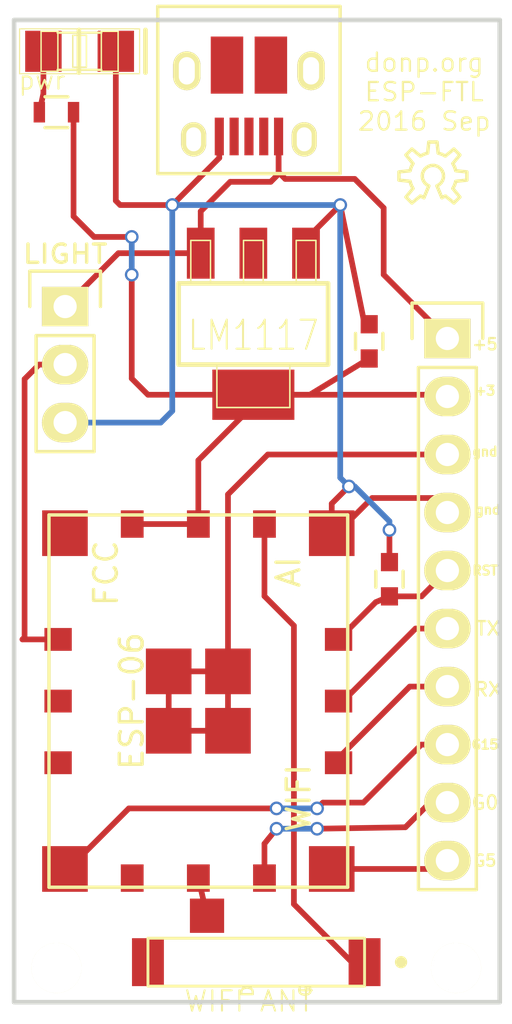
<source format=kicad_pcb>
(kicad_pcb (version 4) (host pcbnew 4.1.0-alpha+201607031448+6962~45~ubuntu15.04.1-product)

  (general
    (links 0)
    (no_connects 0)
    (area 123.353667 34.4675 161.016143 83.7945)
    (thickness 1.6)
    (drawings 17)
    (tracks 110)
    (zones 0)
    (modules 14)
    (nets 1)
  )

  (page A4)
  (layers
    (0 F.Cu signal)
    (31 B.Cu signal)
    (32 B.Adhes user)
    (33 F.Adhes user)
    (34 B.Paste user)
    (35 F.Paste user)
    (36 B.SilkS user)
    (37 F.SilkS user)
    (38 B.Mask user)
    (39 F.Mask user)
    (40 Dwgs.User user)
    (41 Cmts.User user)
    (42 Eco1.User user)
    (43 Eco2.User user)
    (44 Edge.Cuts user)
    (45 Margin user)
    (46 B.CrtYd user)
    (47 F.CrtYd user)
    (48 B.Fab user)
    (49 F.Fab user hide)
  )

  (setup
    (last_trace_width 0.25)
    (trace_clearance 0.2)
    (zone_clearance 0.508)
    (zone_45_only no)
    (trace_min 0.2)
    (segment_width 0.2)
    (edge_width 0.2)
    (via_size 0.6)
    (via_drill 0.4)
    (via_min_size 0.4)
    (via_min_drill 0.3)
    (uvia_size 0.3)
    (uvia_drill 0.1)
    (uvias_allowed no)
    (uvia_min_size 0.2)
    (uvia_min_drill 0.1)
    (pcb_text_width 0.3)
    (pcb_text_size 1.5 1.5)
    (mod_edge_width 0.15)
    (mod_text_size 1 1)
    (mod_text_width 0.15)
    (pad_size 3.59918 2.19964)
    (pad_drill 0)
    (pad_to_mask_clearance 0.2)
    (aux_axis_origin 0 0)
    (visible_elements FFFFFF7F)
    (pcbplotparams
      (layerselection 0x010f0_ffffffff)
      (usegerberextensions true)
      (excludeedgelayer true)
      (linewidth 0.100000)
      (plotframeref false)
      (viasonmask false)
      (mode 1)
      (useauxorigin false)
      (hpglpennumber 1)
      (hpglpenspeed 20)
      (hpglpendiameter 15)
      (psnegative false)
      (psa4output false)
      (plotreference true)
      (plotvalue true)
      (plotinvisibletext false)
      (padsonsilk false)
      (subtractmaskfromsilk false)
      (outputformat 1)
      (mirror false)
      (drillshape 0)
      (scaleselection 1)
      (outputdirectory /home/donp/osh/spike2))
  )

  (net 0 "")

  (net_class Default "This is the default net class."
    (clearance 0.2)
    (trace_width 0.25)
    (via_dia 0.6)
    (via_drill 0.4)
    (uvia_dia 0.3)
    (uvia_drill 0.1)
  )

  (module aalay:aalay-LED1206 (layer F.Cu) (tedit 57B713D9) (tstamp 56F9A37D)
    (at 134.874 39.37)
    (attr smd)
    (fp_text reference pwr (at -1.651 1.27) (layer F.SilkS)
      (effects (font (size 0.8 0.8) (thickness 0.0889)))
    )
    (fp_text value >VALUE (at 0.508 2.032) (layer B.SilkS) hide
      (effects (font (size 1.016 1.016) (thickness 0.0889)) (justify mirror))
    )
    (fp_line (start -1.6891 0.8763) (end -0.9525 0.8763) (layer F.SilkS) (width 0.06604))
    (fp_line (start -0.9525 0.8763) (end -0.9525 -0.8763) (layer F.SilkS) (width 0.06604))
    (fp_line (start -1.6891 -0.8763) (end -0.9525 -0.8763) (layer F.SilkS) (width 0.06604))
    (fp_line (start -1.6891 0.8763) (end -1.6891 -0.8763) (layer F.SilkS) (width 0.06604))
    (fp_line (start 0.9525 0.8763) (end 1.6891 0.8763) (layer F.SilkS) (width 0.06604))
    (fp_line (start 1.6891 0.8763) (end 1.6891 -0.8763) (layer F.SilkS) (width 0.06604))
    (fp_line (start 0.9525 -0.8763) (end 1.6891 -0.8763) (layer F.SilkS) (width 0.06604))
    (fp_line (start 0.9525 0.8763) (end 0.9525 -0.8763) (layer F.SilkS) (width 0.06604))
    (fp_line (start -0.29972 0.6985) (end 0.29972 0.6985) (layer F.SilkS) (width 0.06604))
    (fp_line (start 0.29972 0.6985) (end 0.29972 -0.6985) (layer F.SilkS) (width 0.06604))
    (fp_line (start -0.29972 -0.6985) (end 0.29972 -0.6985) (layer F.SilkS) (width 0.06604))
    (fp_line (start -0.29972 0.6985) (end -0.29972 -0.6985) (layer F.SilkS) (width 0.06604))
    (fp_line (start 0.9525 0.8128) (end -0.9652 0.8128) (layer F.SilkS) (width 0.1016))
    (fp_line (start 0.9525 -0.8128) (end -0.9652 -0.8128) (layer F.SilkS) (width 0.1016))
    (fp_line (start -2.63144 -0.98298) (end 2.63144 -0.98298) (layer F.SilkS) (width 0.0508))
    (fp_line (start 2.63144 -0.98298) (end 2.63144 0.98298) (layer F.SilkS) (width 0.0508))
    (fp_line (start 2.63144 0.98298) (end -2.63144 0.98298) (layer F.SilkS) (width 0.0508))
    (fp_line (start -2.63144 0.98298) (end -2.63144 -0.98298) (layer F.SilkS) (width 0.0508))
    (fp_line (start -0.03048 0.93472) (end -0.03048 -0.93472) (layer F.SilkS) (width 0.2032))
    (fp_line (start 2.88798 0.93472) (end 2.88798 -0.93472) (layer F.SilkS) (width 0.2032))
    (pad A smd rect (at -1.5875 0) (size 1.59766 1.80086) (layers F.Cu F.Paste F.Mask))
    (pad K smd rect (at 1.5875 0) (size 1.59766 1.80086) (layers F.Cu F.Paste F.Mask))
  )

  (module Pin_Headers:Pin_Header_Straight_1x03 (layer F.Cu) (tedit 57A04211) (tstamp 56F7230E)
    (at 134.239 50.546)
    (descr "Through hole pin header")
    (tags "pin header")
    (fp_text reference LIGHT (at 0 -2.3) (layer F.SilkS)
      (effects (font (size 0.8 0.9) (thickness 0.15)))
    )
    (fp_text value Pin_Header_Straight_1x03 (at 0 -3.1) (layer F.Fab) hide
      (effects (font (size 1 1) (thickness 0.15)))
    )
    (fp_line (start -1.75 -1.75) (end -1.75 6.85) (layer F.CrtYd) (width 0.05))
    (fp_line (start 1.75 -1.75) (end 1.75 6.85) (layer F.CrtYd) (width 0.05))
    (fp_line (start -1.75 -1.75) (end 1.75 -1.75) (layer F.CrtYd) (width 0.05))
    (fp_line (start -1.75 6.85) (end 1.75 6.85) (layer F.CrtYd) (width 0.05))
    (fp_line (start -1.27 1.27) (end -1.27 6.35) (layer F.SilkS) (width 0.15))
    (fp_line (start -1.27 6.35) (end 1.27 6.35) (layer F.SilkS) (width 0.15))
    (fp_line (start 1.27 6.35) (end 1.27 1.27) (layer F.SilkS) (width 0.15))
    (fp_line (start 1.55 -1.55) (end 1.55 0) (layer F.SilkS) (width 0.15))
    (fp_line (start 1.27 1.27) (end -1.27 1.27) (layer F.SilkS) (width 0.15))
    (fp_line (start -1.55 0) (end -1.55 -1.55) (layer F.SilkS) (width 0.15))
    (fp_line (start -1.55 -1.55) (end 1.55 -1.55) (layer F.SilkS) (width 0.15))
    (pad 1 thru_hole rect (at 0 0) (size 2.032 1.7272) (drill 1.016) (layers *.Cu *.Mask F.SilkS))
    (pad 2 thru_hole oval (at 0 2.54) (size 2.032 1.7272) (drill 1.016) (layers *.Cu *.Mask F.SilkS))
    (pad 3 thru_hole oval (at 0 5.08) (size 2.032 1.7272) (drill 1.016) (layers *.Cu *.Mask F.SilkS))
    (model Pin_Headers.3dshapes/Pin_Header_Straight_1x03.wrl
      (at (xyz 0 -0.1 0))
      (scale (xyz 1 1 1))
      (rotate (xyz 0 0 90))
    )
  )

  (module aalay:aalay-SOT223 (layer F.Cu) (tedit 56F70B8E) (tstamp 56F03C8A)
    (at 142.494 51.308 180)
    (descr "SOT223 PACKAGE")
    (tags "SOT223 PACKAGE")
    (attr smd)
    (fp_text reference LM1117 (at 0 -0.5 180) (layer F.SilkS)
      (effects (font (size 1.27 1) (thickness 0.0889)))
    )
    (fp_text value >VALUE (at 1.27 0.6858 180) (layer B.SilkS) hide
      (effects (font (size 1.27 1.27) (thickness 0.0889)) (justify mirror))
    )
    (fp_line (start -1.6002 -1.80086) (end 1.6002 -1.80086) (layer F.SilkS) (width 0.06604))
    (fp_line (start 1.6002 -1.80086) (end 1.6002 -3.6576) (layer F.SilkS) (width 0.06604))
    (fp_line (start -1.6002 -3.6576) (end 1.6002 -3.6576) (layer F.SilkS) (width 0.06604))
    (fp_line (start -1.6002 -1.80086) (end -1.6002 -3.6576) (layer F.SilkS) (width 0.06604))
    (fp_line (start -0.4318 3.6576) (end 0.4318 3.6576) (layer F.SilkS) (width 0.06604))
    (fp_line (start 0.4318 3.6576) (end 0.4318 1.80086) (layer F.SilkS) (width 0.06604))
    (fp_line (start -0.4318 1.80086) (end 0.4318 1.80086) (layer F.SilkS) (width 0.06604))
    (fp_line (start -0.4318 3.6576) (end -0.4318 1.80086) (layer F.SilkS) (width 0.06604))
    (fp_line (start -2.7432 3.6576) (end -1.8796 3.6576) (layer F.SilkS) (width 0.06604))
    (fp_line (start -1.8796 3.6576) (end -1.8796 1.80086) (layer F.SilkS) (width 0.06604))
    (fp_line (start -2.7432 1.80086) (end -1.8796 1.80086) (layer F.SilkS) (width 0.06604))
    (fp_line (start -2.7432 3.6576) (end -2.7432 1.80086) (layer F.SilkS) (width 0.06604))
    (fp_line (start 1.8796 3.6576) (end 2.7432 3.6576) (layer F.SilkS) (width 0.06604))
    (fp_line (start 2.7432 3.6576) (end 2.7432 1.80086) (layer F.SilkS) (width 0.06604))
    (fp_line (start 1.8796 1.80086) (end 2.7432 1.80086) (layer F.SilkS) (width 0.06604))
    (fp_line (start 1.8796 3.6576) (end 1.8796 1.80086) (layer F.SilkS) (width 0.06604))
    (fp_line (start -1.6002 -1.80086) (end 1.6002 -1.80086) (layer F.SilkS) (width 0.06604))
    (fp_line (start 1.6002 -1.80086) (end 1.6002 -3.6576) (layer F.SilkS) (width 0.06604))
    (fp_line (start -1.6002 -3.6576) (end 1.6002 -3.6576) (layer F.SilkS) (width 0.06604))
    (fp_line (start -1.6002 -1.80086) (end -1.6002 -3.6576) (layer F.SilkS) (width 0.06604))
    (fp_line (start -0.4318 3.6576) (end 0.4318 3.6576) (layer F.SilkS) (width 0.06604))
    (fp_line (start 0.4318 3.6576) (end 0.4318 1.80086) (layer F.SilkS) (width 0.06604))
    (fp_line (start -0.4318 1.80086) (end 0.4318 1.80086) (layer F.SilkS) (width 0.06604))
    (fp_line (start -0.4318 3.6576) (end -0.4318 1.80086) (layer F.SilkS) (width 0.06604))
    (fp_line (start -2.7432 3.6576) (end -1.8796 3.6576) (layer F.SilkS) (width 0.06604))
    (fp_line (start -1.8796 3.6576) (end -1.8796 1.80086) (layer F.SilkS) (width 0.06604))
    (fp_line (start -2.7432 1.80086) (end -1.8796 1.80086) (layer F.SilkS) (width 0.06604))
    (fp_line (start -2.7432 3.6576) (end -2.7432 1.80086) (layer F.SilkS) (width 0.06604))
    (fp_line (start 1.8796 3.6576) (end 2.7432 3.6576) (layer F.SilkS) (width 0.06604))
    (fp_line (start 2.7432 3.6576) (end 2.7432 1.80086) (layer F.SilkS) (width 0.06604))
    (fp_line (start 1.8796 1.80086) (end 2.7432 1.80086) (layer F.SilkS) (width 0.06604))
    (fp_line (start 1.8796 3.6576) (end 1.8796 1.80086) (layer F.SilkS) (width 0.06604))
    (fp_line (start 3.2766 -1.778) (end 3.2766 1.778) (layer F.SilkS) (width 0.2032))
    (fp_line (start 3.2766 1.778) (end -3.2766 1.778) (layer F.SilkS) (width 0.2032))
    (fp_line (start -3.2766 1.778) (end -3.2766 -1.778) (layer F.SilkS) (width 0.2032))
    (fp_line (start -3.2766 -1.778) (end 3.2766 -1.778) (layer F.SilkS) (width 0.2032))
    (pad GND smd rect (at -2.30886 3.0988 180) (size 1.21666 2.23266) (layers F.Cu F.Paste F.Mask))
    (pad OUT smd rect (at 0 3.0988 180) (size 1.21666 2.23266) (layers F.Cu F.Paste F.Mask))
    (pad IN smd rect (at 2.30886 3.0988 180) (size 1.21666 2.23266) (layers F.Cu F.Paste F.Mask))
    (pad OUT smd rect (at 0 -3.0988 180) (size 3.59918 2.19964) (layers F.Cu F.Paste F.Mask))
  )

  (module OPL-Antenna:OPL-Antenna-ANT2-SMD-9.5X2.1X1.0MM (layer F.Cu) (tedit 577AC5CE) (tstamp 56EF2E24)
    (at 142.621 79.248 180)
    (attr smd)
    (fp_text reference "WIFI ANT" (at 0.3175 -1.7145 180) (layer F.SilkS)
      (effects (font (size 0.889 0.889) (thickness 0.0889)))
    )
    (fp_text value >VALUE (at 0.762 2.0955 180) (layer B.SilkS) hide
      (effects (font (size 0.889 0.889) (thickness 0.0889)) (justify mirror))
    )
    (fp_line (start -4.7498 1.04902) (end 4.7498 1.04902) (layer F.SilkS) (width 0.06604))
    (fp_line (start 4.7498 1.04902) (end 4.7498 -1.04902) (layer F.SilkS) (width 0.06604))
    (fp_line (start -4.7498 -1.04902) (end 4.7498 -1.04902) (layer F.SilkS) (width 0.06604))
    (fp_line (start -4.7498 1.04902) (end -4.7498 -1.04902) (layer F.SilkS) (width 0.06604))
    (fp_line (start -4.7498 -1.04902) (end 4.7498 -1.04902) (layer F.SilkS) (width 0.127))
    (fp_line (start 4.7498 -1.04902) (end 4.7498 1.04902) (layer F.SilkS) (width 0.127))
    (fp_line (start 4.7498 1.04902) (end -4.7498 1.04902) (layer F.SilkS) (width 0.127))
    (fp_line (start -4.7498 1.04902) (end -4.7498 -1.04902) (layer F.SilkS) (width 0.127))
    (fp_circle (center -6.35 0) (end -6.5405 0.1905) (layer F.SilkS) (width 0))
    (pad 1 smd rect (at -4.7498 0 180) (size 1.39954 2.09804) (layers F.Cu F.Paste F.Mask))
    (pad 2 smd rect (at 4.7498 0 180) (size 1.39954 2.09804) (layers F.Cu F.Paste F.Mask))
  )

  (module Connect:USB_Micro-B_10103594-0001LF (layer F.Cu) (tedit 56F72406) (tstamp 56E77216)
    (at 142.3 41.6 180)
    (descr "Micro USB Type B 10103594-0001LF")
    (tags "USB USB_B USB_micro USB_OTG")
    (attr smd)
    (fp_text reference REF** (at -1.5 -4.625 180) (layer F.SilkS) hide
      (effects (font (size 1 1) (thickness 0.15)))
    )
    (fp_text value USB_Micro-B_10103594-0001LF (at 0 6.175 180) (layer F.Fab) hide
      (effects (font (size 1 1) (thickness 0.15)))
    )
    (fp_line (start -4.25 -3.4) (end 4.25 -3.4) (layer F.CrtYd) (width 0.05))
    (fp_line (start 4.25 -3.4) (end 4.25 4.45) (layer F.CrtYd) (width 0.05))
    (fp_line (start 4.25 4.45) (end -4.25 4.45) (layer F.CrtYd) (width 0.05))
    (fp_line (start -4.25 4.45) (end -4.25 -3.4) (layer F.CrtYd) (width 0.05))
    (fp_line (start -4 4.195) (end 4 4.195) (layer F.SilkS) (width 0.15))
    (fp_line (start -4 -3.125) (end 4 -3.125) (layer F.SilkS) (width 0.15))
    (fp_line (start 4 -3.125) (end 4 4.195) (layer F.SilkS) (width 0.15))
    (fp_line (start 4 3.575) (end -4 3.575) (layer F.SilkS) (width 0.15))
    (fp_line (start -4 4.195) (end -4 -3.125) (layer F.SilkS) (width 0.15))
    (pad +5 smd rect (at -1.3 -1.5 270) (size 1.65 0.4) (layers F.Cu F.Paste F.Mask))
    (pad D- smd rect (at -0.65 -1.5 270) (size 1.65 0.4) (layers F.Cu F.Paste F.Mask))
    (pad D+ smd rect (at -0.0009 -1.5 270) (size 1.65 0.4) (layers F.Cu F.Paste F.Mask))
    (pad ID smd rect (at 0.65 -1.5 270) (size 1.65 0.4) (layers F.Cu F.Paste F.Mask))
    (pad GND smd rect (at 1.3 -1.5 270) (size 1.65 0.4) (layers F.Cu F.Paste F.Mask))
    (pad 6 thru_hole oval (at -2.425 -1.625 270) (size 1.5 1.1) (drill oval 1.05 0.65) (layers *.Cu *.Mask F.SilkS))
    (pad 6 thru_hole oval (at 2.425 -1.625 270) (size 1.5 1.1) (drill oval 1.05 0.65) (layers *.Cu *.Mask F.SilkS))
    (pad 6 thru_hole oval (at -2.725 1.375 270) (size 1.7 1.2) (drill oval 1.2 0.7) (layers *.Cu *.Mask F.SilkS))
    (pad 6 thru_hole oval (at 2.725 1.375 270) (size 1.7 1.2) (drill oval 1.2 0.7) (layers *.Cu *.Mask F.SilkS))
    (pad 6 smd rect (at -0.9625 1.625 270) (size 2.5 1.425) (layers F.Cu F.Paste F.Mask))
    (pad 6 smd rect (at 0.9625 1.625 270) (size 2.5 1.425) (layers F.Cu F.Paste F.Mask))
  )

  (module Resistors_SMD:R_0603 (layer F.Cu) (tedit 577AC6FE) (tstamp 577AC355)
    (at 133.858 42.037)
    (descr "Resistor SMD 0603, reflow soldering, Vishay (see dcrcw.pdf)")
    (tags "resistor 0603")
    (attr smd)
    (fp_text reference "" (at 0 -1.9) (layer F.SilkS)
      (effects (font (size 1 1) (thickness 0.15)))
    )
    (fp_text value R_0603 (at 0 1.9) (layer F.Fab)
      (effects (font (size 1 1) (thickness 0.15)))
    )
    (fp_line (start -1.3 -0.8) (end 1.3 -0.8) (layer F.CrtYd) (width 0.05))
    (fp_line (start -1.3 0.8) (end 1.3 0.8) (layer F.CrtYd) (width 0.05))
    (fp_line (start -1.3 -0.8) (end -1.3 0.8) (layer F.CrtYd) (width 0.05))
    (fp_line (start 1.3 -0.8) (end 1.3 0.8) (layer F.CrtYd) (width 0.05))
    (fp_line (start 0.5 0.675) (end -0.5 0.675) (layer F.SilkS) (width 0.15))
    (fp_line (start -0.5 -0.675) (end 0.5 -0.675) (layer F.SilkS) (width 0.15))
    (pad 1 smd rect (at -0.75 0) (size 0.5 0.9) (layers F.Cu F.Paste F.Mask))
    (pad 2 smd rect (at 0.75 0) (size 0.5 0.9) (layers F.Cu F.Paste F.Mask))
    (model Resistors_SMD.3dshapes/R_0603.wrl
      (at (xyz 0 0 0))
      (scale (xyz 1 1 1))
      (rotate (xyz 0 0 0))
    )
    (model Resistors_SMD.3dshapes/R_0603.wrl
      (at (xyz 0 0 0))
      (scale (xyz 1 1 1))
      (rotate (xyz 0 0 0))
    )
  )

  (module Mounting_Holes:MountingHole_2.2mm_M2 (layer F.Cu) (tedit 577AC7CE) (tstamp 577BD34E)
    (at 133.858 79.502)
    (descr "Mounting Hole 2.2mm, no annular, M2")
    (tags "mounting hole 2.2mm no annular m2")
    (fp_text reference "" (at 0 -3.2) (layer F.SilkS)
      (effects (font (size 1 1) (thickness 0.15)))
    )
    (fp_text value MountingHole_2.2mm_M2 (at 0 3.2) (layer F.Fab)
      (effects (font (size 1 1) (thickness 0.15)))
    )
    (fp_circle (center 0 0) (end 2.2 0) (layer Cmts.User) (width 0.15))
    (fp_circle (center 0 0) (end 2.45 0) (layer F.CrtYd) (width 0.05))
    (pad 1 np_thru_hole circle (at 0 0) (size 2.2 2.2) (drill 2.2) (layers *.Cu *.Mask F.SilkS))
  )

  (module Mounting_Holes:MountingHole_2.2mm_M2 (layer F.Cu) (tedit 577AC7CA) (tstamp 577BD355)
    (at 151.384 79.502)
    (descr "Mounting Hole 2.2mm, no annular, M2")
    (tags "mounting hole 2.2mm no annular m2")
    (fp_text reference "" (at 0 -3.2) (layer F.SilkS)
      (effects (font (size 1 1) (thickness 0.15)))
    )
    (fp_text value MountingHole_2.2mm_M2 (at 0 3.2) (layer F.Fab)
      (effects (font (size 1 1) (thickness 0.15)))
    )
    (fp_circle (center 0 0) (end 2.2 0) (layer Cmts.User) (width 0.15))
    (fp_circle (center 0 0) (end 2.45 0) (layer F.CrtYd) (width 0.05))
    (pad 1 np_thru_hole circle (at 0 0) (size 2.2 2.2) (drill 2.2) (layers *.Cu *.Mask F.SilkS))
  )

  (module Pin_Headers:Pin_Header_Straight_1x10 (layer F.Cu) (tedit 57B55712) (tstamp 57B659C3)
    (at 151.003 51.943)
    (descr "Through hole pin header")
    (tags "pin header")
    (fp_text reference "" (at 0 -5.1) (layer F.SilkS)
      (effects (font (size 1 1) (thickness 0.15)))
    )
    (fp_text value Pin_Header_Straight_1x10 (at 0 -3.1) (layer F.Fab)
      (effects (font (size 1 1) (thickness 0.15)))
    )
    (fp_line (start -1.75 -1.75) (end -1.75 24.65) (layer F.CrtYd) (width 0.05))
    (fp_line (start 1.75 -1.75) (end 1.75 24.65) (layer F.CrtYd) (width 0.05))
    (fp_line (start -1.75 -1.75) (end 1.75 -1.75) (layer F.CrtYd) (width 0.05))
    (fp_line (start -1.75 24.65) (end 1.75 24.65) (layer F.CrtYd) (width 0.05))
    (fp_line (start 1.27 1.27) (end 1.27 24.13) (layer F.SilkS) (width 0.15))
    (fp_line (start 1.27 24.13) (end -1.27 24.13) (layer F.SilkS) (width 0.15))
    (fp_line (start -1.27 24.13) (end -1.27 1.27) (layer F.SilkS) (width 0.15))
    (fp_line (start 1.55 -1.55) (end 1.55 0) (layer F.SilkS) (width 0.15))
    (fp_line (start 1.27 1.27) (end -1.27 1.27) (layer F.SilkS) (width 0.15))
    (fp_line (start -1.55 0) (end -1.55 -1.55) (layer F.SilkS) (width 0.15))
    (fp_line (start -1.55 -1.55) (end 1.55 -1.55) (layer F.SilkS) (width 0.15))
    (pad 1 thru_hole rect (at 0 0) (size 2.032 1.7272) (drill 1.016) (layers *.Cu *.Mask F.SilkS))
    (pad 2 thru_hole oval (at 0 2.54) (size 2.032 1.7272) (drill 1.016) (layers *.Cu *.Mask F.SilkS))
    (pad 3 thru_hole oval (at 0 5.08) (size 2.032 1.7272) (drill 1.016) (layers *.Cu *.Mask F.SilkS))
    (pad 4 thru_hole oval (at 0 7.62) (size 2.032 1.7272) (drill 1.016) (layers *.Cu *.Mask F.SilkS))
    (pad 5 thru_hole oval (at 0 10.16) (size 2.032 1.7272) (drill 1.016) (layers *.Cu *.Mask F.SilkS))
    (pad 6 thru_hole oval (at 0 12.7) (size 2.032 1.7272) (drill 1.016) (layers *.Cu *.Mask F.SilkS))
    (pad 7 thru_hole oval (at 0 15.24) (size 2.032 1.7272) (drill 1.016) (layers *.Cu *.Mask F.SilkS))
    (pad 8 thru_hole oval (at 0 17.78) (size 2.032 1.7272) (drill 1.016) (layers *.Cu *.Mask F.SilkS))
    (pad 9 thru_hole oval (at 0 20.32) (size 2.032 1.7272) (drill 1.016) (layers *.Cu *.Mask F.SilkS))
    (pad 10 thru_hole oval (at 0 22.86) (size 2.032 1.7272) (drill 1.016) (layers *.Cu *.Mask F.SilkS))
    (model Pin_Headers.3dshapes/Pin_Header_Straight_1x10.wrl
      (at (xyz 0 -0.45 0))
      (scale (xyz 1 1 1))
      (rotate (xyz 0 0 90))
    )
  )

  (module Capacitors_SMD:C_0603 (layer F.Cu) (tedit 57B556AC) (tstamp 57B66417)
    (at 147.574 52.07 90)
    (descr "Capacitor SMD 0603, reflow soldering, AVX (see smccp.pdf)")
    (tags "capacitor 0603")
    (attr smd)
    (fp_text reference "" (at 0 -1.9 90) (layer F.SilkS)
      (effects (font (size 1 1) (thickness 0.15)))
    )
    (fp_text value C_0603 (at 0 1.9 90) (layer F.Fab)
      (effects (font (size 1 1) (thickness 0.15)))
    )
    (fp_line (start -1.45 -0.75) (end 1.45 -0.75) (layer F.CrtYd) (width 0.05))
    (fp_line (start -1.45 0.75) (end 1.45 0.75) (layer F.CrtYd) (width 0.05))
    (fp_line (start -1.45 -0.75) (end -1.45 0.75) (layer F.CrtYd) (width 0.05))
    (fp_line (start 1.45 -0.75) (end 1.45 0.75) (layer F.CrtYd) (width 0.05))
    (fp_line (start -0.35 -0.6) (end 0.35 -0.6) (layer F.SilkS) (width 0.15))
    (fp_line (start 0.35 0.6) (end -0.35 0.6) (layer F.SilkS) (width 0.15))
    (pad 1 smd rect (at -0.75 0 90) (size 0.8 0.75) (layers F.Cu F.Paste F.Mask))
    (pad 2 smd rect (at 0.75 0 90) (size 0.8 0.75) (layers F.Cu F.Paste F.Mask))
    (model Capacitors_SMD.3dshapes/C_0603.wrl
      (at (xyz 0 0 0))
      (scale (xyz 1 1 1))
      (rotate (xyz 0 0 0))
    )
    (model Capacitors_SMD.3dshapes/C_0603.wrl
      (at (xyz 0 0 0))
      (scale (xyz 1 1 1))
      (rotate (xyz 0 0 0))
    )
  )

  (module aalay:aalay-OSHW_LOGO_S (layer F.Cu) (tedit 200000) (tstamp 57B820CA)
    (at 150.368 44.831)
    (attr virtual)
    (fp_text reference "" (at 0 0) (layer F.SilkS)
      (effects (font (thickness 0.15)))
    )
    (fp_text value "" (at 0 0) (layer F.SilkS)
      (effects (font (thickness 0.15)))
    )
    (fp_line (start 0.3937 0.9525) (end 0.5461 0.87376) (layer F.SilkS) (width 0.14986))
    (fp_line (start 0.5461 0.87376) (end 0.92202 1.1811) (layer F.SilkS) (width 0.14986))
    (fp_line (start 0.92202 1.1811) (end 1.1811 0.92202) (layer F.SilkS) (width 0.14986))
    (fp_line (start 1.1811 0.92202) (end 0.87376 0.5461) (layer F.SilkS) (width 0.14986))
    (fp_line (start 0.87376 0.5461) (end 0.9525 0.3937) (layer F.SilkS) (width 0.14986))
    (fp_line (start 0.9525 0.3937) (end 1.0033 0.23114) (layer F.SilkS) (width 0.14986))
    (fp_line (start 1.0033 0.23114) (end 1.48844 0.18034) (layer F.SilkS) (width 0.14986))
    (fp_line (start 1.48844 0.18034) (end 1.48844 -0.18034) (layer F.SilkS) (width 0.14986))
    (fp_line (start 1.48844 -0.18034) (end 1.0033 -0.23114) (layer F.SilkS) (width 0.14986))
    (fp_line (start 1.0033 -0.23114) (end 0.9525 -0.3937) (layer F.SilkS) (width 0.14986))
    (fp_line (start 0.9525 -0.3937) (end 0.87376 -0.5461) (layer F.SilkS) (width 0.14986))
    (fp_line (start 0.87376 -0.5461) (end 1.1811 -0.92202) (layer F.SilkS) (width 0.14986))
    (fp_line (start 1.1811 -0.92202) (end 0.92202 -1.1811) (layer F.SilkS) (width 0.14986))
    (fp_line (start 0.92202 -1.1811) (end 0.5461 -0.87376) (layer F.SilkS) (width 0.14986))
    (fp_line (start 0.5461 -0.87376) (end 0.3937 -0.9525) (layer F.SilkS) (width 0.14986))
    (fp_line (start 0.3937 -0.9525) (end 0.23114 -1.0033) (layer F.SilkS) (width 0.14986))
    (fp_line (start 0.23114 -1.0033) (end 0.18034 -1.48844) (layer F.SilkS) (width 0.14986))
    (fp_line (start 0.18034 -1.48844) (end -0.18034 -1.48844) (layer F.SilkS) (width 0.14986))
    (fp_line (start -0.18034 -1.48844) (end -0.23114 -1.0033) (layer F.SilkS) (width 0.14986))
    (fp_line (start -0.23114 -1.0033) (end -0.3937 -0.9525) (layer F.SilkS) (width 0.14986))
    (fp_line (start -0.3937 -0.9525) (end -0.5461 -0.87376) (layer F.SilkS) (width 0.14986))
    (fp_line (start -0.5461 -0.87376) (end -0.92202 -1.1811) (layer F.SilkS) (width 0.14986))
    (fp_line (start -0.92202 -1.1811) (end -1.1811 -0.92202) (layer F.SilkS) (width 0.14986))
    (fp_line (start -1.1811 -0.92202) (end -0.87376 -0.5461) (layer F.SilkS) (width 0.14986))
    (fp_line (start -0.87376 -0.5461) (end -0.9525 -0.3937) (layer F.SilkS) (width 0.14986))
    (fp_line (start -0.9525 -0.3937) (end -1.0033 -0.23114) (layer F.SilkS) (width 0.14986))
    (fp_line (start -1.0033 -0.23114) (end -1.48844 -0.18034) (layer F.SilkS) (width 0.14986))
    (fp_line (start -1.48844 -0.18034) (end -1.48844 0.18034) (layer F.SilkS) (width 0.14986))
    (fp_line (start -1.48844 0.18034) (end -1.0033 0.23114) (layer F.SilkS) (width 0.14986))
    (fp_line (start -1.0033 0.23114) (end -0.9525 0.3937) (layer F.SilkS) (width 0.14986))
    (fp_line (start -0.9525 0.3937) (end -0.87376 0.5461) (layer F.SilkS) (width 0.14986))
    (fp_line (start -0.87376 0.5461) (end -1.1811 0.92202) (layer F.SilkS) (width 0.14986))
    (fp_line (start -1.1811 0.92202) (end -0.92202 1.1811) (layer F.SilkS) (width 0.14986))
    (fp_line (start -0.92202 1.1811) (end -0.5461 0.87376) (layer F.SilkS) (width 0.14986))
    (fp_line (start -0.5461 0.87376) (end -0.3937 0.9525) (layer F.SilkS) (width 0.14986))
    (fp_line (start -0.3937 0.9525) (end -0.1778 0.4318) (layer F.SilkS) (width 0.14986))
    (fp_line (start -0.1778 0.4318) (end -0.27432 0.37846) (layer F.SilkS) (width 0.14986))
    (fp_line (start -0.27432 0.37846) (end -0.3556 0.30226) (layer F.SilkS) (width 0.14986))
    (fp_line (start -0.3556 0.30226) (end -0.41656 0.21082) (layer F.SilkS) (width 0.14986))
    (fp_line (start -0.41656 0.21082) (end -0.45466 0.10922) (layer F.SilkS) (width 0.14986))
    (fp_line (start -0.45466 0.10922) (end -0.46736 0) (layer F.SilkS) (width 0.14986))
    (fp_line (start -0.46736 0) (end -0.45466 -0.10922) (layer F.SilkS) (width 0.14986))
    (fp_line (start -0.45466 -0.10922) (end -0.41402 -0.2159) (layer F.SilkS) (width 0.14986))
    (fp_line (start -0.41402 -0.2159) (end -0.35052 -0.30734) (layer F.SilkS) (width 0.14986))
    (fp_line (start -0.35052 -0.30734) (end -0.2667 -0.38354) (layer F.SilkS) (width 0.14986))
    (fp_line (start -0.2667 -0.38354) (end -0.16764 -0.43434) (layer F.SilkS) (width 0.14986))
    (fp_line (start -0.16764 -0.43434) (end -0.06096 -0.46228) (layer F.SilkS) (width 0.14986))
    (fp_line (start -0.06096 -0.46228) (end 0.0508 -0.46482) (layer F.SilkS) (width 0.14986))
    (fp_line (start 0.0508 -0.46482) (end 0.16002 -0.43942) (layer F.SilkS) (width 0.14986))
    (fp_line (start 0.16002 -0.43942) (end 0.25908 -0.38862) (layer F.SilkS) (width 0.14986))
    (fp_line (start 0.25908 -0.38862) (end 0.34544 -0.31496) (layer F.SilkS) (width 0.14986))
    (fp_line (start 0.34544 -0.31496) (end 0.40894 -0.22352) (layer F.SilkS) (width 0.14986))
    (fp_line (start 0.40894 -0.22352) (end 0.45212 -0.11938) (layer F.SilkS) (width 0.14986))
    (fp_line (start 0.45212 -0.11938) (end 0.46736 -0.01016) (layer F.SilkS) (width 0.14986))
    (fp_line (start 0.46736 -0.01016) (end 0.4572 0.09906) (layer F.SilkS) (width 0.14986))
    (fp_line (start 0.4572 0.09906) (end 0.4191 0.20574) (layer F.SilkS) (width 0.14986))
    (fp_line (start 0.4191 0.20574) (end 0.35814 0.29972) (layer F.SilkS) (width 0.14986))
    (fp_line (start 0.35814 0.29972) (end 0.27686 0.37592) (layer F.SilkS) (width 0.14986))
    (fp_line (start 0.27686 0.37592) (end 0.1778 0.4318) (layer F.SilkS) (width 0.14986))
    (fp_line (start 0.1778 0.4318) (end 0.3937 0.9525) (layer F.SilkS) (width 0.14986))
  )

  (module Capacitors_SMD:C_0603 (layer F.Cu) (tedit 57B7120A) (tstamp 57B92FEB)
    (at 148.463 62.484 90)
    (descr "Capacitor SMD 0603, reflow soldering, AVX (see smccp.pdf)")
    (tags "capacitor 0603")
    (attr smd)
    (fp_text reference "" (at 0 -1.9 90) (layer F.SilkS)
      (effects (font (size 1 1) (thickness 0.15)))
    )
    (fp_text value C_0603 (at 0 1.9 90) (layer F.Fab)
      (effects (font (size 1 1) (thickness 0.15)))
    )
    (fp_line (start -1.45 -0.75) (end 1.45 -0.75) (layer F.CrtYd) (width 0.05))
    (fp_line (start -1.45 0.75) (end 1.45 0.75) (layer F.CrtYd) (width 0.05))
    (fp_line (start -1.45 -0.75) (end -1.45 0.75) (layer F.CrtYd) (width 0.05))
    (fp_line (start 1.45 -0.75) (end 1.45 0.75) (layer F.CrtYd) (width 0.05))
    (fp_line (start -0.35 -0.6) (end 0.35 -0.6) (layer F.SilkS) (width 0.15))
    (fp_line (start 0.35 0.6) (end -0.35 0.6) (layer F.SilkS) (width 0.15))
    (pad 1 smd rect (at -0.75 0 90) (size 0.8 0.75) (layers F.Cu F.Paste F.Mask))
    (pad 2 smd rect (at 0.75 0 90) (size 0.8 0.75) (layers F.Cu F.Paste F.Mask))
    (model Capacitors_SMD.3dshapes/C_0603.wrl
      (at (xyz 0 0 0))
      (scale (xyz 1 1 1))
      (rotate (xyz 0 0 0))
    )
    (model Capacitors_SMD.3dshapes/C_0603.wrl
      (at (xyz 0 0 0))
      (scale (xyz 1 1 1))
      (rotate (xyz 0 0 0))
    )
  )

  (module Measurement_Points:Measurement_Point_Square-SMD-Pad_Small (layer F.Cu) (tedit 57B7169A) (tstamp 57BA4049)
    (at 140.462 77.216)
    (descr "Mesurement Point, Square, SMD Pad,  1.5mm x 1.5mm,")
    (tags "Mesurement Point Square SMD Pad 1.5x1.5mm")
    (attr virtual)
    (fp_text reference "" (at 0 -2) (layer F.SilkS)
      (effects (font (size 1 1) (thickness 0.15)))
    )
    (fp_text value Measurement_Point_Square-SMD-Pad_Small (at 0 2) (layer F.Fab)
      (effects (font (size 1 1) (thickness 0.15)))
    )
    (fp_line (start -1 -1) (end 1 -1) (layer F.CrtYd) (width 0.05))
    (fp_line (start 1 -1) (end 1 1) (layer F.CrtYd) (width 0.05))
    (fp_line (start 1 1) (end -1 1) (layer F.CrtYd) (width 0.05))
    (fp_line (start -1 1) (end -1 -1) (layer F.CrtYd) (width 0.05))
    (pad 1 smd rect (at 0 0) (size 1.5 1.5) (layers F.Cu F.Mask))
  )

  (module ESP8266:ESP-06 (layer F.Cu) (tedit 57B717FB) (tstamp 56EF2894)
    (at 140.081 67.818 270)
    (fp_text reference ESP-06 (at 0 2.921 270) (layer F.SilkS)
      (effects (font (size 1 1) (thickness 0.15)))
    )
    (fp_text value ESP-06 (at 0 -0.5 270) (layer F.Fab)
      (effects (font (size 1 1) (thickness 0.15)))
    )
    (fp_text user AI (at -5.65 -3.95 270) (layer F.SilkS)
      (effects (font (size 1 1) (thickness 0.15)))
    )
    (fp_text user WIFI (at 4.25 -4.4 270) (layer F.SilkS)
      (effects (font (size 1 1) (thickness 0.15)))
    )
    (fp_text user FCC (at -5.6 4.05 270) (layer F.SilkS)
      (effects (font (size 1 1) (thickness 0.15)))
    )
    (fp_line (start -8.15 6.55) (end 8.15 6.55) (layer F.SilkS) (width 0.15))
    (fp_line (start 8.15 6.55) (end 8.15 -6.55) (layer F.SilkS) (width 0.15))
    (fp_line (start 8.15 -6.55) (end -8.15 -6.55) (layer F.SilkS) (width 0.15))
    (fp_line (start -8.15 -6.55) (end -8.15 6.55) (layer F.SilkS) (width 0.15))
    (pad GND smd rect (at -7.35 -5.85 270) (size 2 2) (layers F.Cu F.Paste F.Mask))
    (pad GP5 smd rect (at 7.35 -5.85 270) (size 2 2) (layers F.Cu F.Paste F.Mask))
    (pad GP16 smd rect (at -7.35 5.85 270) (size 2 2) (layers F.Cu F.Paste F.Mask))
    (pad GP15 smd rect (at 7.35 5.85 270) (size 2 2) (layers F.Cu F.Paste F.Mask))
    (pad GP14 smd rect (at -2.7 6.15 270) (size 1 1.2) (layers F.Cu F.Paste F.Mask))
    (pad GP12 smd rect (at 0 6.15 270) (size 1 1.2) (layers F.Cu F.Paste F.Mask))
    (pad GP13 smd rect (at 2.7 6.15 270) (size 1 1.2) (layers F.Cu F.Paste F.Mask))
    (pad TX smd rect (at 0 -6.15 270) (size 1 1.2) (layers F.Cu F.Paste F.Mask))
    (pad RST smd rect (at -2.7 -6.15 270) (size 1 1.2) (layers F.Cu F.Paste F.Mask))
    (pad RX smd rect (at 2.7 -6.15 270) (size 1 1.2) (layers F.Cu F.Paste F.Mask))
    (pad 3.3 smd rect (at -7.75 0 270) (size 1.2 1) (layers F.Cu F.Paste F.Mask))
    (pad CHPD smd rect (at -7.75 2.9 270) (size 1.2 1) (layers F.Cu F.Paste F.Mask))
    (pad ANT smd rect (at -7.75 -2.9 270) (size 1.2 1) (layers F.Cu F.Paste F.Mask))
    (pad GP2 smd rect (at 7.75 0 270) (size 1.2 1) (layers F.Cu F.Paste F.Mask))
    (pad GP0 smd rect (at 7.75 -2.9 270) (size 1.2 1) (layers F.Cu F.Paste F.Mask))
    (pad GP4 smd rect (at 7.75 2.9 270) (size 1.2 1) (layers F.Cu F.Paste F.Mask))
    (pad GND smd rect (at -1.3 -1.3 270) (size 2 2) (layers F.Cu F.Paste F.Mask))
    (pad GND smd rect (at 1.3 -1.3 270) (size 2 2) (layers F.Cu F.Paste F.Mask))
    (pad GND smd rect (at -1.3 1.3 270) (size 2 2) (layers F.Cu F.Paste F.Mask))
    (pad GND smd rect (at 1.3 1.3 270) (size 2 2) (layers F.Cu F.Paste F.Mask))
  )

  (gr_text G5 (at 152.654 74.803) (layer F.SilkS)
    (effects (font (size 0.5 0.5) (thickness 0.1)))
  )
  (gr_text RST (at 152.654 62.103) (layer F.SilkS)
    (effects (font (size 0.4 0.4) (thickness 0.1)))
  )
  (gr_text gnd (at 152.781 59.436) (layer F.SilkS)
    (effects (font (size 0.4 0.4) (thickness 0.1)))
  )
  (gr_text gnd (at 152.654 56.896) (layer F.SilkS)
    (effects (font (size 0.4 0.4) (thickness 0.1)))
  )
  (gr_text +3 (at 152.654 54.229) (layer F.SilkS)
    (effects (font (size 0.4 0.4) (thickness 0.1)))
  )
  (gr_text TX (at 152.781 64.643) (layer F.SilkS)
    (effects (font (size 0.6 0.6) (thickness 0.1)))
  )
  (gr_text D (at 142.24 80.518 90) (layer F.SilkS)
    (effects (font (size 0.5 0.5) (thickness 0.1)))
  )
  (gr_text G (at 144.78 80.518 90) (layer F.SilkS)
    (effects (font (size 0.5 0.5) (thickness 0.1)))
  )
  (gr_text G0 (at 152.654 72.263) (layer F.SilkS)
    (effects (font (size 0.6 0.6) (thickness 0.1)))
  )
  (gr_text G15 (at 152.654 69.723) (layer F.SilkS)
    (effects (font (size 0.4 0.4) (thickness 0.1)))
  )
  (gr_text RX (at 152.781 67.31) (layer F.SilkS)
    (effects (font (size 0.6 0.6) (thickness 0.1)))
  )
  (gr_text +5 (at 152.654 52.197) (layer F.SilkS)
    (effects (font (size 0.5 0.5) (thickness 0.1)))
  )
  (gr_line (start 132 81) (end 153.3 81) (angle 90) (layer Edge.Cuts) (width 0.2))
  (gr_line (start 132 38) (end 132 81) (angle 90) (layer Edge.Cuts) (width 0.2))
  (gr_line (start 153.3 38) (end 132 38) (angle 90) (layer Edge.Cuts) (width 0.2))
  (gr_line (start 153.3 38) (end 153.3 81) (angle 90) (layer Edge.Cuts) (width 0.2))
  (gr_text "donp.org\nESP-FTL\n2016 Sep" (at 149.987 41.148) (layer F.SilkS)
    (effects (font (size 0.8 0.8) (thickness 0.1)))
  )

  (segment (start 142.981 75.568) (end 142.981 74.062) (width 0.25) (layer F.Cu) (net 0) (status 400000))
  (segment (start 149.1615 73.3425) (end 150.241 72.263) (width 0.25) (layer F.Cu) (net 0) (tstamp 57BA41C8))
  (segment (start 145.288 73.406) (end 149.1615 73.3425) (width 0.25) (layer F.Cu) (net 0) (tstamp 57BA41C7))
  (via (at 145.288 73.406) (size 0.6) (drill 0.4) (layers F.Cu B.Cu) (net 0))
  (segment (start 143.51 73.406) (end 145.288 73.406) (width 0.25) (layer B.Cu) (net 0) (tstamp 57BA41C4))
  (via (at 143.51 73.406) (size 0.6) (drill 0.4) (layers F.Cu B.Cu) (net 0))
  (segment (start 142.981 74.062) (end 143.51 73.406) (width 0.25) (layer F.Cu) (net 0) (tstamp 57BA41C2))
  (segment (start 150.241 72.263) (end 151.003 72.263) (width 0.25) (layer F.Cu) (net 0) (tstamp 57BA41C9) (status C00000))
  (segment (start 148.463 61.734) (end 148.463 60.325) (width 0.25) (layer F.Cu) (net 0) (status 10))
  (via (at 148.463 60.325) (size 0.6) (drill 0.4) (layers F.Cu B.Cu) (net 0))
  (segment (start 148.463 60.325) (end 148.463 59.944) (width 0.25) (layer B.Cu) (net 0) (tstamp 57B93035))
  (segment (start 148.463 59.944) (end 146.939 58.42) (width 0.25) (layer B.Cu) (net 0) (tstamp 57B93036))
  (segment (start 146.939 58.42) (end 146.685 58.42) (width 0.25) (layer B.Cu) (net 0) (tstamp 57B93037))
  (segment (start 140.462 77.216) (end 140.081 75.568) (width 0.25) (layer F.Cu) (net 0) (status 10))
  (segment (start 148.463 63.234) (end 149.872 63.234) (width 0.25) (layer F.Cu) (net 0))
  (segment (start 149.872 63.234) (end 151.003 62.103) (width 0.25) (layer F.Cu) (net 0) (tstamp 57B9306B))
  (segment (start 145.931 60.468) (end 146.161 60.468) (width 0.25) (layer F.Cu) (net 0))
  (segment (start 146.161 60.468) (end 147.701 58.928) (width 0.25) (layer F.Cu) (net 0) (tstamp 57B9302D))
  (segment (start 147.701 58.928) (end 150.368 58.928) (width 0.25) (layer F.Cu) (net 0) (tstamp 57B9302E))
  (segment (start 150.368 58.928) (end 151.003 59.563) (width 0.25) (layer F.Cu) (net 0) (tstamp 57B93030))
  (segment (start 148.463 63.234) (end 147.861 63.488) (width 0.25) (layer F.Cu) (net 0) (status 10))
  (segment (start 147.861 63.488) (end 146.231 65.118) (width 0.25) (layer F.Cu) (net 0) (tstamp 57B93029))
  (segment (start 146.304 46.101) (end 147.32 51.066) (width 0.25) (layer F.Cu) (net 0) (status 20))
  (segment (start 147.32 51.066) (end 147.574 51.32) (width 0.25) (layer F.Cu) (net 0) (tstamp 57B66461) (status 30))
  (segment (start 142.494 54.4068) (end 144.9712 54.4068) (width 0.25) (layer F.Cu) (net 0))
  (segment (start 144.9712 54.4068) (end 147.574 52.82) (width 0.25) (layer F.Cu) (net 0) (tstamp 57B6645C) (status 20))
  (segment (start 138.938 46.101) (end 138.938 55.118) (width 0.25) (layer B.Cu) (net 0))
  (segment (start 138.43 55.626) (end 134.239 55.626) (width 0.25) (layer B.Cu) (net 0) (tstamp 57B55482))
  (segment (start 138.938 55.118) (end 138.43 55.626) (width 0.25) (layer B.Cu) (net 0) (tstamp 57B5547E))
  (segment (start 142.494 54.4068) (end 137.8712 54.4068) (width 0.25) (layer F.Cu) (net 0))
  (segment (start 134.608 46.597) (end 134.608 42.037) (width 0.25) (layer F.Cu) (net 0) (tstamp 57B55436) (status 20))
  (segment (start 135.509 47.498) (end 134.608 46.597) (width 0.25) (layer F.Cu) (net 0) (tstamp 57B55430))
  (segment (start 137.16 47.498) (end 135.509 47.498) (width 0.25) (layer F.Cu) (net 0) (tstamp 57B5542F))
  (via (at 137.16 47.498) (size 0.6) (drill 0.4) (layers F.Cu B.Cu) (net 0))
  (segment (start 137.16 49.149) (end 137.16 47.498) (width 0.25) (layer B.Cu) (net 0) (tstamp 57B5542C))
  (via (at 137.16 49.149) (size 0.6) (drill 0.4) (layers F.Cu B.Cu) (net 0))
  (segment (start 137.16 53.6956) (end 137.16 49.149) (width 0.25) (layer F.Cu) (net 0) (tstamp 57B55427))
  (segment (start 137.8712 54.4068) (end 137.16 53.6956) (width 0.25) (layer F.Cu) (net 0) (tstamp 57B55423))
  (segment (start 133.931 65.118) (end 132.367 65.118) (width 0.25) (layer F.Cu) (net 0))
  (segment (start 133.096 53.086) (end 134.239 53.086) (width 0.25) (layer F.Cu) (net 0) (tstamp 57B55394))
  (segment (start 132.461 53.721) (end 133.096 53.086) (width 0.25) (layer F.Cu) (net 0) (tstamp 57B55390))
  (segment (start 132.461 65.024) (end 132.461 53.721) (width 0.25) (layer F.Cu) (net 0) (tstamp 57B5538C))
  (segment (start 132.367 65.118) (end 132.461 65.024) (width 0.25) (layer F.Cu) (net 0) (tstamp 57B5538B))
  (segment (start 140.18514 48.2092) (end 136.5758 48.2092) (width 0.25) (layer F.Cu) (net 0))
  (segment (start 136.5758 48.2092) (end 134.239 50.546) (width 0.25) (layer F.Cu) (net 0) (tstamp 57B5533B))
  (segment (start 134.231 75.168) (end 134.382 75.168) (width 0.25) (layer F.Cu) (net 0))
  (segment (start 134.382 75.168) (end 137.033 72.517) (width 0.25) (layer F.Cu) (net 0) (tstamp 57B550A7))
  (segment (start 137.033 72.517) (end 143.51 72.517) (width 0.25) (layer F.Cu) (net 0) (tstamp 57B550AB))
  (via (at 143.51 72.517) (size 0.6) (drill 0.4) (layers F.Cu B.Cu) (net 0))
  (segment (start 143.51 72.517) (end 145.288 72.517) (width 0.25) (layer B.Cu) (net 0) (tstamp 57B550B0))
  (via (at 145.288 72.517) (size 0.6) (drill 0.4) (layers F.Cu B.Cu) (net 0))
  (segment (start 145.288 72.517) (end 145.542 72.263) (width 0.25) (layer F.Cu) (net 0) (tstamp 57B550B3))
  (segment (start 145.542 72.263) (end 147.32 72.263) (width 0.25) (layer F.Cu) (net 0) (tstamp 57B550B4))
  (segment (start 147.32 72.263) (end 149.86 69.723) (width 0.25) (layer F.Cu) (net 0) (tstamp 57B550B5))
  (segment (start 149.86 69.723) (end 151.003 69.723) (width 0.25) (layer F.Cu) (net 0) (tstamp 57B550B7))
  (segment (start 145.931 75.168) (end 150.638 75.168) (width 0.25) (layer F.Cu) (net 0))
  (segment (start 150.638 75.168) (end 151.003 74.803) (width 0.25) (layer F.Cu) (net 0) (tstamp 57B55087))
  (segment (start 146.231 70.518) (end 146.231 70.304) (width 0.25) (layer F.Cu) (net 0))
  (segment (start 146.231 70.304) (end 149.352 67.183) (width 0.25) (layer F.Cu) (net 0) (tstamp 57B55080))
  (segment (start 149.352 67.183) (end 151.003 67.183) (width 0.25) (layer F.Cu) (net 0) (tstamp 57B55081))
  (segment (start 146.231 67.818) (end 146.431 67.818) (width 0.25) (layer F.Cu) (net 0))
  (segment (start 146.431 67.818) (end 149.606 64.643) (width 0.25) (layer F.Cu) (net 0) (tstamp 57B5507B))
  (segment (start 149.606 64.643) (end 151.003 64.643) (width 0.25) (layer F.Cu) (net 0) (tstamp 57B5507C))
  (segment (start 146.231 65.118) (end 146.231 64.97) (width 0.25) (layer F.Cu) (net 0))
  (segment (start 133.2865 39.37) (end 133.2865 41.2235) (width 0.25) (layer F.Cu) (net 0) (status 10))
  (segment (start 133.2865 41.2235) (end 133.108 42.037) (width 0.25) (layer F.Cu) (net 0) (tstamp 57B54FFB) (status 20))
  (segment (start 138.938 46.101) (end 136.652 46.101) (width 0.25) (layer F.Cu) (net 0))
  (segment (start 136.4615 45.9105) (end 136.4615 39.37) (width 0.25) (layer F.Cu) (net 0) (tstamp 57B54FE1) (status 20))
  (segment (start 136.652 46.101) (end 136.4615 45.9105) (width 0.25) (layer F.Cu) (net 0) (tstamp 57B54FE0))
  (segment (start 145.931 60.468) (end 145.931 59.174) (width 0.25) (layer F.Cu) (net 0) (status 10))
  (segment (start 146.304 58.039) (end 146.304 46.101) (width 0.25) (layer B.Cu) (net 0) (tstamp 57B54F87))
  (segment (start 146.685 58.42) (end 146.304 58.039) (width 0.25) (layer B.Cu) (net 0) (tstamp 57B54F86))
  (via (at 146.685 58.42) (size 0.6) (drill 0.4) (layers F.Cu B.Cu) (net 0))
  (segment (start 145.931 59.174) (end 146.685 58.42) (width 0.25) (layer F.Cu) (net 0) (tstamp 57B54F81))
  (segment (start 141.381 66.518) (end 141.381 58.771) (width 0.25) (layer F.Cu) (net 0) (status 10))
  (segment (start 143.129 57.023) (end 151.003 57.023) (width 0.25) (layer F.Cu) (net 0) (tstamp 57B54F57) (status 20))
  (segment (start 141.381 58.771) (end 143.129 57.023) (width 0.25) (layer F.Cu) (net 0) (tstamp 57B54F56))
  (segment (start 142.494 54.4068) (end 150.9268 54.4068) (width 0.25) (layer F.Cu) (net 0) (status 30))
  (segment (start 150.9268 54.4068) (end 151.003 54.483) (width 0.25) (layer F.Cu) (net 0) (tstamp 57B54F4B) (status 30))
  (segment (start 143.6 43.1) (end 143.6 44.667) (width 0.25) (layer F.Cu) (net 0) (status 10))
  (segment (start 148.209 49.149) (end 151.003 51.943) (width 0.25) (layer F.Cu) (net 0) (tstamp 57B54F43) (status 20))
  (segment (start 148.209 46.228) (end 148.209 49.149) (width 0.25) (layer F.Cu) (net 0) (tstamp 57B54F3F))
  (segment (start 146.939 44.958) (end 148.209 46.228) (width 0.25) (layer F.Cu) (net 0) (tstamp 57B54F3C))
  (segment (start 143.891 44.958) (end 146.939 44.958) (width 0.25) (layer F.Cu) (net 0) (tstamp 57B54F37))
  (segment (start 143.6 44.667) (end 143.891 44.958) (width 0.25) (layer F.Cu) (net 0) (tstamp 57B54F32))
  (segment (start 141.381 66.518) (end 138.781 66.518) (width 0.25) (layer F.Cu) (net 0) (status 30))
  (segment (start 138.781 66.518) (end 138.781 69.118) (width 0.25) (layer F.Cu) (net 0) (tstamp 57B54F18) (status 30))
  (segment (start 138.781 69.118) (end 141.381 69.118) (width 0.25) (layer F.Cu) (net 0) (tstamp 57B54F19) (status 30))
  (segment (start 141.381 69.118) (end 141.381 66.518) (width 0.25) (layer F.Cu) (net 0) (tstamp 57B54F1A) (status 30))
  (segment (start 142.494 54.4068) (end 142.494 54.864) (width 0.25) (layer F.Cu) (net 0) (status 30))
  (segment (start 142.494 54.864) (end 140.081 57.277) (width 0.25) (layer F.Cu) (net 0) (tstamp 57B54F13) (status 10))
  (segment (start 140.081 57.277) (end 140.081 60.068) (width 0.25) (layer F.Cu) (net 0) (tstamp 57B54F14) (status 20))
  (segment (start 142.981 60.068) (end 142.981 63.225) (width 0.25) (layer F.Cu) (net 0) (status 10))
  (segment (start 144.272 76.708) (end 146.812 79.248) (width 0.25) (layer F.Cu) (net 0) (tstamp 57B54EBD) (status 20))
  (segment (start 144.272 64.516) (end 144.272 76.708) (width 0.25) (layer F.Cu) (net 0) (tstamp 57B54EB6))
  (segment (start 142.981 63.225) (end 144.272 64.516) (width 0.25) (layer F.Cu) (net 0) (tstamp 57B54EB4))
  (segment (start 146.812 79.248) (end 147.3708 79.248) (width 0.25) (layer F.Cu) (net 0) (tstamp 57B54EC0) (status 30))
  (segment (start 140.081 60.068) (end 137.181 60.068) (width 0.25) (layer F.Cu) (net 0) (status 30))
  (segment (start 141 43.1) (end 141 44.039) (width 0.25) (layer F.Cu) (net 0) (status 10))
  (segment (start 141 44.039) (end 138.938 46.101) (width 0.25) (layer F.Cu) (net 0) (tstamp 57B54E69))
  (via (at 138.938 46.101) (size 0.6) (drill 0.4) (layers F.Cu B.Cu) (net 0))
  (segment (start 138.938 46.101) (end 146.304 46.101) (width 0.25) (layer B.Cu) (net 0) (tstamp 57B54E6C))
  (segment (start 146.304 46.101) (end 144.80286 47.60214) (width 0.25) (layer F.Cu) (net 0) (tstamp 57B54E71) (status 20))
  (via (at 146.304 46.101) (size 0.6) (drill 0.4) (layers F.Cu B.Cu) (net 0))
  (segment (start 144.80286 47.60214) (end 144.80286 48.2092) (width 0.25) (layer F.Cu) (net 0) (tstamp 57B54E72) (status 30))
  (segment (start 140.18514 48.2092) (end 140.18514 46.37786) (width 0.25) (layer F.Cu) (net 0) (status 10))
  (segment (start 143.6 44.741) (end 143.6 43.1) (width 0.25) (layer F.Cu) (net 0) (tstamp 57B54E60) (status 20))
  (segment (start 143.256 45.085) (end 143.6 44.741) (width 0.25) (layer F.Cu) (net 0) (tstamp 57B54E5F))
  (segment (start 141.478 45.085) (end 143.256 45.085) (width 0.25) (layer F.Cu) (net 0) (tstamp 57B54E5D))
  (segment (start 140.18514 46.37786) (end 141.478 45.085) (width 0.25) (layer F.Cu) (net 0) (tstamp 57B54E5B))

)

</source>
